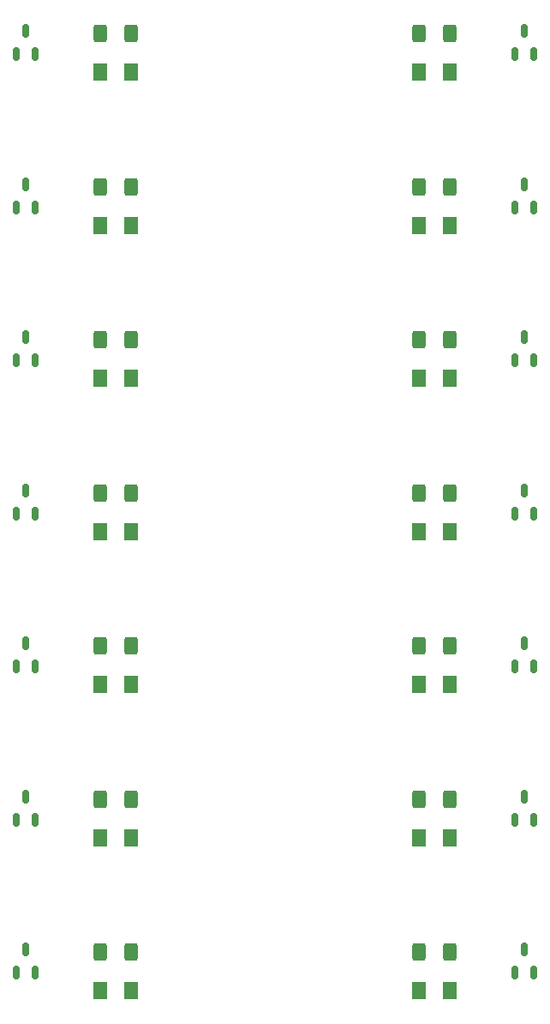
<source format=gtp>
G04 #@! TF.GenerationSoftware,KiCad,Pcbnew,8.0.2*
G04 #@! TF.CreationDate,2024-06-22T22:10:03+02:00*
G04 #@! TF.ProjectId,Alarm_lights,416c6172-6d5f-46c6-9967-6874732e6b69,0.4.x*
G04 #@! TF.SameCoordinates,Original*
G04 #@! TF.FileFunction,Paste,Top*
G04 #@! TF.FilePolarity,Positive*
%FSLAX46Y46*%
G04 Gerber Fmt 4.6, Leading zero omitted, Abs format (unit mm)*
G04 Created by KiCad (PCBNEW 8.0.2) date 2024-06-22 22:10:03*
%MOMM*%
%LPD*%
G01*
G04 APERTURE LIST*
G04 Aperture macros list*
%AMRoundRect*
0 Rectangle with rounded corners*
0 $1 Rounding radius*
0 $2 $3 $4 $5 $6 $7 $8 $9 X,Y pos of 4 corners*
0 Add a 4 corners polygon primitive as box body*
4,1,4,$2,$3,$4,$5,$6,$7,$8,$9,$2,$3,0*
0 Add four circle primitives for the rounded corners*
1,1,$1+$1,$2,$3*
1,1,$1+$1,$4,$5*
1,1,$1+$1,$6,$7*
1,1,$1+$1,$8,$9*
0 Add four rect primitives between the rounded corners*
20,1,$1+$1,$2,$3,$4,$5,0*
20,1,$1+$1,$4,$5,$6,$7,0*
20,1,$1+$1,$6,$7,$8,$9,0*
20,1,$1+$1,$8,$9,$2,$3,0*%
G04 Aperture macros list end*
%ADD10RoundRect,0.150000X0.150000X-0.512500X0.150000X0.512500X-0.150000X0.512500X-0.150000X-0.512500X0*%
%ADD11RoundRect,0.250001X0.462499X0.624999X-0.462499X0.624999X-0.462499X-0.624999X0.462499X-0.624999X0*%
%ADD12RoundRect,0.250000X0.400000X0.625000X-0.400000X0.625000X-0.400000X-0.625000X0.400000X-0.625000X0*%
%ADD13RoundRect,0.250000X-0.400000X-0.625000X0.400000X-0.625000X0.400000X0.625000X-0.400000X0.625000X0*%
%ADD14RoundRect,0.250001X-0.462499X-0.624999X0.462499X-0.624999X0.462499X0.624999X-0.462499X0.624999X0*%
G04 APERTURE END LIST*
D10*
X29530000Y-75686500D03*
X31430000Y-75686500D03*
X30480000Y-73411500D03*
D11*
X72353500Y-77470000D03*
X69378500Y-77470000D03*
D10*
X29530000Y-30347500D03*
X31430000Y-30347500D03*
X30480000Y-28072500D03*
X78806000Y-90799500D03*
X80706000Y-90799500D03*
X79756000Y-88524500D03*
X78806000Y-105912500D03*
X80706000Y-105912500D03*
X79756000Y-103637500D03*
D12*
X40920000Y-73660000D03*
X37820000Y-73660000D03*
D10*
X78806000Y-45460500D03*
X80706000Y-45460500D03*
X79756000Y-43185500D03*
D11*
X72353500Y-92583000D03*
X69378500Y-92583000D03*
D13*
X69316000Y-88773000D03*
X72416000Y-88773000D03*
D14*
X37882500Y-122809000D03*
X40857500Y-122809000D03*
X37882500Y-47244000D03*
X40857500Y-47244000D03*
X37882500Y-32131000D03*
X40857500Y-32131000D03*
D11*
X72353500Y-32131000D03*
X69378500Y-32131000D03*
D13*
X69316000Y-28321000D03*
X72416000Y-28321000D03*
D12*
X40920000Y-58547000D03*
X37820000Y-58547000D03*
D13*
X69316000Y-103886000D03*
X72416000Y-103886000D03*
D10*
X29530000Y-45460500D03*
X31430000Y-45460500D03*
X30480000Y-43185500D03*
D11*
X72353500Y-107696000D03*
X69378500Y-107696000D03*
D10*
X29530000Y-121025500D03*
X31430000Y-121025500D03*
X30480000Y-118750500D03*
D13*
X69316000Y-58547000D03*
X72416000Y-58547000D03*
D14*
X37882500Y-107696000D03*
X40857500Y-107696000D03*
D10*
X78806000Y-30347500D03*
X80706000Y-30347500D03*
X79756000Y-28072500D03*
D13*
X69316000Y-73660000D03*
X72416000Y-73660000D03*
D12*
X40920000Y-43434000D03*
X37820000Y-43434000D03*
D10*
X78806000Y-60573500D03*
X80706000Y-60573500D03*
X79756000Y-58298500D03*
X29530000Y-90799500D03*
X31430000Y-90799500D03*
X30480000Y-88524500D03*
D13*
X69316000Y-118999000D03*
X72416000Y-118999000D03*
D11*
X72353500Y-47244000D03*
X69378500Y-47244000D03*
D12*
X40920000Y-28321000D03*
X37820000Y-28321000D03*
D14*
X37882500Y-92583000D03*
X40857500Y-92583000D03*
D10*
X78806000Y-121025500D03*
X80706000Y-121025500D03*
X79756000Y-118750500D03*
D12*
X40920000Y-88773000D03*
X37820000Y-88773000D03*
D13*
X69316000Y-43434000D03*
X72416000Y-43434000D03*
D14*
X37882500Y-77470000D03*
X40857500Y-77470000D03*
D10*
X78806000Y-75686500D03*
X80706000Y-75686500D03*
X79756000Y-73411500D03*
D12*
X40920000Y-118999000D03*
X37820000Y-118999000D03*
D11*
X72353500Y-62357000D03*
X69378500Y-62357000D03*
D12*
X40920000Y-103886000D03*
X37820000Y-103886000D03*
D10*
X29530000Y-60573500D03*
X31430000Y-60573500D03*
X30480000Y-58298500D03*
D11*
X72353500Y-122809000D03*
X69378500Y-122809000D03*
D14*
X37882500Y-62357000D03*
X40857500Y-62357000D03*
D10*
X29530000Y-105912500D03*
X31430000Y-105912500D03*
X30480000Y-103637500D03*
M02*

</source>
